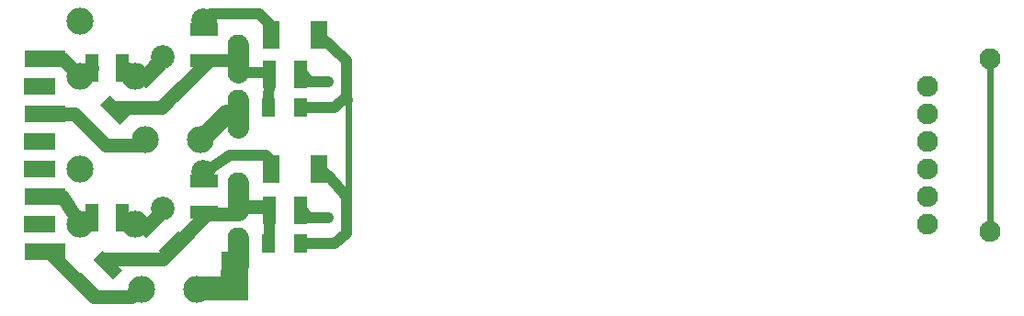
<source format=gbr>
G04 EAGLE Gerber RS-274X export*
G75*
%MOMM*%
%FSLAX34Y34*%
%LPD*%
%INBottom Copper*%
%IPPOS*%
%AMOC8*
5,1,8,0,0,1.08239X$1,22.5*%
G01*
%ADD10R,1.587500X1.905000*%
%ADD11R,3.016250X1.270000*%
%ADD12R,5.080000X2.222500*%
%ADD13R,2.540000X0.952500*%
%ADD14R,1.587500X0.952500*%
%ADD15C,1.930400*%
%ADD16C,2.489200*%
%ADD17R,2.540000X1.270000*%
%ADD18C,2.184400*%
%ADD19R,3.810000X1.587500*%
%ADD20R,2.857500X1.587500*%
%ADD21R,1.270000X2.540000*%
%ADD22R,1.587400X2.540000*%
%ADD23R,1.143000X1.701800*%
%ADD24C,1.930400*%
%ADD25C,1.778000*%
%ADD26C,1.016000*%
%ADD27C,0.906400*%
%ADD28C,0.609600*%
%ADD29C,1.270000*%
%ADD30C,0.812800*%
%ADD31C,1.524000*%
%ADD32C,0.406400*%


D10*
X106363Y28575D03*
D11*
X108744Y214313D03*
D12*
X98425Y4763D03*
D13*
X111125Y17463D03*
D14*
X87313Y249238D03*
D15*
X114300Y101600D03*
X114300Y152400D03*
X114300Y76200D03*
X114300Y50800D03*
X114300Y25400D03*
X114300Y177800D03*
X114300Y203200D03*
X114300Y228600D03*
X749300Y114300D03*
X749300Y139700D03*
X749300Y88900D03*
X749300Y63500D03*
X749300Y165100D03*
X749300Y190500D03*
X806450Y57150D03*
X806450Y215900D03*
D16*
X-31750Y114300D03*
X-31750Y63500D03*
X19050Y63500D03*
D17*
G36*
X68022Y48361D02*
X50062Y30401D01*
X41082Y39381D01*
X59042Y57341D01*
X68022Y48361D01*
G37*
G36*
X47817Y68568D02*
X29857Y50608D01*
X20877Y59588D01*
X38837Y77548D01*
X47817Y68568D01*
G37*
G36*
X-21489Y-7697D02*
X-39449Y10263D01*
X-30469Y19243D01*
X-12509Y1283D01*
X-21489Y-7697D01*
G37*
G36*
X-1282Y12508D02*
X-19242Y30468D01*
X-10262Y39448D01*
X7698Y21488D01*
X-1282Y12508D01*
G37*
X82550Y103188D03*
X82550Y74613D03*
D18*
X45242Y78224D03*
X81758Y112276D03*
D16*
X-31750Y250825D03*
X-31750Y200025D03*
X19050Y200025D03*
D17*
G36*
X68022Y186474D02*
X50062Y168514D01*
X41082Y177494D01*
X59042Y195454D01*
X68022Y186474D01*
G37*
G36*
X47817Y206681D02*
X29857Y188721D01*
X20877Y197701D01*
X38837Y215661D01*
X47817Y206681D01*
G37*
G36*
X-15139Y135178D02*
X-33099Y153138D01*
X-24119Y162118D01*
X-6159Y144158D01*
X-15139Y135178D01*
G37*
G36*
X5068Y155383D02*
X-12892Y173343D01*
X-3912Y182323D01*
X14048Y164363D01*
X5068Y155383D01*
G37*
X82550Y242888D03*
X82550Y214313D03*
D18*
X45242Y217924D03*
X81758Y251976D03*
D19*
X-63500Y215900D03*
X-63500Y165100D03*
X-63500Y88900D03*
X-63500Y38100D03*
D20*
X-68263Y139700D03*
X-68263Y114300D03*
X-68263Y63500D03*
X-68263Y190500D03*
D21*
X7938Y207962D03*
X-20638Y207963D03*
X7938Y69849D03*
X-20638Y69850D03*
D16*
X28575Y141288D03*
X79375Y141288D03*
X25400Y3175D03*
X76200Y3175D03*
D22*
X188913Y114300D03*
X144463Y114300D03*
D21*
X142875Y201614D03*
X171451Y201613D03*
X142875Y76201D03*
X171451Y76200D03*
D22*
X188913Y238125D03*
X144463Y238125D03*
D23*
X171895Y171450D03*
X142431Y171450D03*
X171895Y46038D03*
X142431Y46038D03*
D24*
X114300Y165100D02*
X114300Y177800D01*
X114300Y165100D02*
X114300Y152400D01*
D25*
X103188Y165100D02*
X79375Y141288D01*
X103188Y165100D02*
X114300Y165100D01*
D24*
X114300Y50800D02*
X114300Y25400D01*
D26*
X214313Y214313D02*
X188913Y238125D01*
X214313Y214313D02*
X214313Y180975D01*
X203200Y171450D01*
X171895Y171450D01*
X188913Y114300D02*
X198438Y107950D01*
X214313Y88900D01*
X214313Y55563D01*
X203200Y46038D01*
X173038Y46038D01*
D27*
X215900Y177800D03*
D28*
X215900Y88900D01*
D27*
X-63500Y38100D03*
D29*
X-60325Y38100D02*
X-19050Y-3175D01*
X-60325Y38100D02*
X-63500Y38100D01*
X-19050Y-3175D02*
X15875Y-3175D01*
X25400Y6350D01*
D30*
X11114Y207962D02*
X7938Y207962D01*
D29*
X11114Y207962D02*
X19050Y200025D01*
X28575Y200025D01*
X30741Y202191D02*
X45242Y217924D01*
D30*
X34347Y202191D02*
X30741Y202191D01*
X28575Y200025D01*
D27*
X-63500Y165100D03*
D31*
X-71006Y165100D01*
D29*
X-36081Y165100D01*
X-19629Y148648D01*
X-7506Y136525D01*
X23813Y136525D01*
X28575Y141288D01*
D27*
X180975Y195263D03*
X-63500Y215900D03*
D29*
X-47625Y215900D01*
X-31750Y200025D01*
D30*
X-28576Y200025D01*
D29*
X-20638Y207963D01*
D27*
X-63500Y88900D03*
D29*
X-47625Y88900D01*
X-31750Y63500D01*
X-22225Y69850D01*
D27*
X-76200Y215900D03*
X-50800Y215900D03*
X-76200Y165100D03*
X-50800Y165100D03*
X-50800Y88900D03*
X-76200Y88900D03*
X-76200Y38100D03*
D24*
X114300Y203200D02*
X114300Y228600D01*
D26*
X142875Y201614D02*
X142431Y171450D01*
X142875Y201614D02*
X141286Y203200D01*
X114300Y203200D01*
D30*
X578Y170872D02*
X578Y168853D01*
X578Y170872D02*
X0Y171450D01*
D29*
X44019Y171450D01*
X54552Y181984D01*
D30*
X54984Y181984D01*
D29*
X87313Y214313D01*
D30*
X85725Y214313D01*
D29*
X82550Y214313D01*
D32*
X144463Y238125D02*
X144463Y242888D01*
D28*
X144463Y244475D01*
D26*
X119063Y127000D02*
X106363Y127000D01*
X119063Y127000D02*
X131763Y127000D01*
X139700Y127000D01*
X146050Y120650D01*
X146050Y111125D01*
D27*
X131763Y127000D03*
X119063Y127000D03*
X106363Y127000D03*
D26*
X82550Y111125D02*
X80963Y111125D01*
X82550Y111125D02*
X84138Y111125D01*
X82550Y111125D02*
X106363Y127000D01*
D27*
X195263Y195263D03*
D26*
X196850Y195263D02*
X179388Y195263D01*
X171450Y204788D01*
X142875Y79375D02*
X142875Y44450D01*
D29*
X141288Y79375D02*
X115888Y79375D01*
D27*
X196850Y69850D03*
D26*
X179388Y69850D01*
X171450Y77788D01*
X171450Y79375D01*
D27*
X184150Y69850D03*
D28*
X806450Y57150D02*
X806450Y215900D01*
D27*
X-50800Y38100D03*
D29*
X-9525Y31750D02*
X44450Y31750D01*
X85725Y73025D01*
X114300Y73025D01*
D24*
X114300Y76200D02*
X114300Y101600D01*
D29*
X114300Y73025D01*
X19050Y60325D02*
X9525Y69850D01*
X19050Y60325D02*
X31750Y63500D01*
X44450Y76200D01*
D27*
X103188Y257175D03*
X117475Y257175D03*
X131763Y257175D03*
D26*
X82550Y250825D02*
X80963Y250825D01*
X82550Y250825D02*
X88900Y257175D01*
X133350Y257175D01*
X146050Y244475D01*
M02*

</source>
